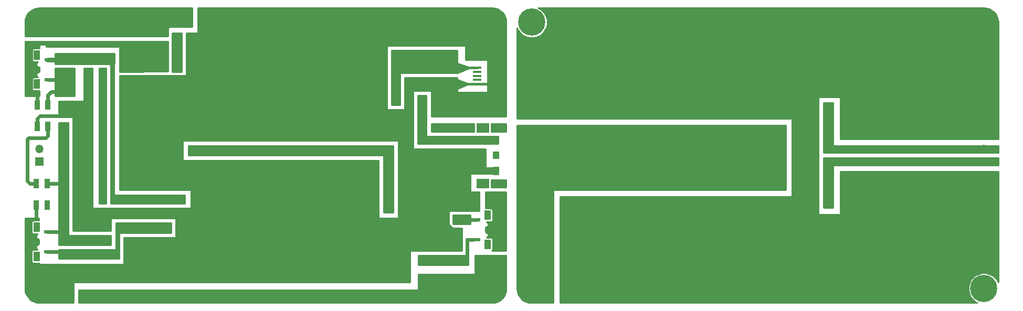
<source format=gbr>
G04 #@! TF.GenerationSoftware,KiCad,Pcbnew,5.0.0*
G04 #@! TF.CreationDate,2018-08-30T01:52:45+01:00*
G04 #@! TF.ProjectId,test,746573742E6B696361645F7063620000,rev?*
G04 #@! TF.SameCoordinates,Original*
G04 #@! TF.FileFunction,Copper,L2,Bot,Signal*
G04 #@! TF.FilePolarity,Positive*
%FSLAX46Y46*%
G04 Gerber Fmt 4.6, Leading zero omitted, Abs format (unit mm)*
G04 Created by KiCad (PCBNEW 5.0.0) date Thu Aug 30 01:52:45 2018*
%MOMM*%
%LPD*%
G01*
G04 APERTURE LIST*
G04 #@! TA.AperFunction,SMDPad,CuDef*
%ADD10R,1.000000X1.550000*%
G04 #@! TD*
G04 #@! TA.AperFunction,SMDPad,CuDef*
%ADD11R,1.000000X0.600000*%
G04 #@! TD*
G04 #@! TA.AperFunction,SMDPad,CuDef*
%ADD12R,1.350000X0.400000*%
G04 #@! TD*
G04 #@! TA.AperFunction,ComponentPad*
%ADD13O,1.800000X1.000000*%
G04 #@! TD*
G04 #@! TA.AperFunction,SMDPad,CuDef*
%ADD14R,2.000000X2.000000*%
G04 #@! TD*
G04 #@! TA.AperFunction,ComponentPad*
%ADD15R,1.350000X1.350000*%
G04 #@! TD*
G04 #@! TA.AperFunction,ComponentPad*
%ADD16O,1.350000X1.350000*%
G04 #@! TD*
G04 #@! TA.AperFunction,ComponentPad*
%ADD17C,4.400000*%
G04 #@! TD*
G04 #@! TA.AperFunction,SMDPad,CuDef*
%ADD18R,0.850000X1.600000*%
G04 #@! TD*
G04 #@! TA.AperFunction,SMDPad,CuDef*
%ADD19R,2.150000X1.500000*%
G04 #@! TD*
G04 #@! TA.AperFunction,SMDPad,CuDef*
%ADD20R,1.000000X1.400000*%
G04 #@! TD*
G04 #@! TA.AperFunction,SMDPad,CuDef*
%ADD21R,1.000000X1.300000*%
G04 #@! TD*
G04 #@! TA.AperFunction,ViaPad*
%ADD22C,0.800000*%
G04 #@! TD*
G04 #@! TA.AperFunction,Conductor*
%ADD23C,0.500000*%
G04 #@! TD*
G04 #@! TA.AperFunction,Conductor*
%ADD24C,0.600000*%
G04 #@! TD*
G04 #@! TA.AperFunction,Conductor*
%ADD25C,0.400000*%
G04 #@! TD*
G04 #@! TA.AperFunction,Conductor*
%ADD26C,0.800000*%
G04 #@! TD*
G04 #@! TA.AperFunction,Conductor*
%ADD27C,0.254000*%
G04 #@! TD*
G04 #@! TA.AperFunction,NonConductor*
%ADD28C,0.254000*%
G04 #@! TD*
G04 APERTURE END LIST*
D10*
G04 #@! TO.P,SW1,*
G04 #@! TO.N,*
X86900000Y-45750000D03*
X86900000Y-50450000D03*
D11*
G04 #@! TO.P,SW1,1*
G04 #@! TO.N,Net-(C8-Pad2)*
X85175000Y-49700000D03*
G04 #@! TO.P,SW1,2*
G04 #@! TO.N,Net-(Q1-Pad2)*
X85175000Y-46475000D03*
G04 #@! TD*
D10*
G04 #@! TO.P,SW3,*
G04 #@! TO.N,*
X14200000Y-24600000D03*
X14200000Y-19900000D03*
D11*
G04 #@! TO.P,SW3,1*
G04 #@! TO.N,PD4*
X15925000Y-20650000D03*
G04 #@! TO.P,SW3,2*
G04 #@! TO.N,VCC*
X15925000Y-23875000D03*
G04 #@! TD*
G04 #@! TO.P,SW2,2*
G04 #@! TO.N,PD3*
X15875000Y-51675000D03*
G04 #@! TO.P,SW2,1*
G04 #@! TO.N,VCC*
X15875000Y-48450000D03*
D10*
G04 #@! TO.P,SW2,*
G04 #@! TO.N,*
X14150000Y-47700000D03*
X14150000Y-52400000D03*
G04 #@! TD*
D12*
G04 #@! TO.P,J1,5*
G04 #@! TO.N,GND*
X85175000Y-24550000D03*
G04 #@! TO.P,J1,4*
G04 #@! TO.N,Net-(J1-Pad4)*
X85175000Y-23900000D03*
G04 #@! TO.P,J1,3*
G04 #@! TO.N,Net-(J1-Pad3)*
X85175000Y-23250000D03*
G04 #@! TO.P,J1,2*
G04 #@! TO.N,Net-(J1-Pad2)*
X85175000Y-22600000D03*
G04 #@! TO.P,J1,1*
G04 #@! TO.N,VBUS*
X85175000Y-21950000D03*
D13*
G04 #@! TO.P,J1,6*
G04 #@! TO.N,GND*
X88300000Y-26950000D03*
D14*
G04 #@! TO.P,J1,5*
X87850000Y-23250000D03*
D13*
G04 #@! TO.P,J1,6*
X88300000Y-19550000D03*
X84400000Y-26950000D03*
X84400000Y-19575000D03*
G04 #@! TD*
D15*
G04 #@! TO.P,J2,1*
G04 #@! TO.N,ADC0*
X14600000Y-37100000D03*
D16*
G04 #@! TO.P,J2,2*
G04 #@! TO.N,AREF*
X14600000Y-35100000D03*
G04 #@! TD*
D17*
G04 #@! TO.P,MH3,1*
G04 #@! TO.N,VCC*
X87600000Y-57600000D03*
G04 #@! TD*
G04 #@! TO.P,MH4,1*
G04 #@! TO.N,GND*
X87600000Y-14600000D03*
G04 #@! TD*
G04 #@! TO.P,MH6,1*
G04 #@! TO.N,Net-(MH6-Pad1)*
X14600000Y-14600000D03*
G04 #@! TD*
D18*
G04 #@! TO.P,D8,3*
G04 #@! TO.N,Net-(D8-Pad3)*
X14225000Y-27950000D03*
G04 #@! TO.P,D8,4*
G04 #@! TO.N,VCC*
X15975000Y-27950000D03*
G04 #@! TO.P,D8,2*
G04 #@! TO.N,GND*
X14225000Y-31450000D03*
G04 #@! TO.P,D8,1*
G04 #@! TO.N,Net-(D4-Pad3)*
X15975000Y-31450000D03*
G04 #@! TD*
D19*
G04 #@! TO.P,BAT1,*
G04 #@! TO.N,*
X86117919Y-31638069D03*
D20*
G04 #@! TO.P,BAT1,3*
G04 #@! TO.N,GND*
X88217919Y-38600000D03*
D19*
G04 #@! TO.P,BAT1,*
G04 #@! TO.N,*
X86117919Y-40638069D03*
D21*
G04 #@! TO.P,BAT1,2*
G04 #@! TO.N,Net-(BAT1-Pad2)*
X88217919Y-36100000D03*
D20*
G04 #@! TO.P,BAT1,1*
G04 #@! TO.N,+BATT*
X88217919Y-33600000D03*
G04 #@! TD*
D17*
G04 #@! TO.P,MH5,1*
G04 #@! TO.N,GND*
X14600000Y-57600000D03*
G04 #@! TD*
D18*
G04 #@! TO.P,D4,3*
G04 #@! TO.N,Net-(D4-Pad3)*
X14125000Y-40650000D03*
G04 #@! TO.P,D4,4*
G04 #@! TO.N,VCC*
X15875000Y-40650000D03*
G04 #@! TO.P,D4,2*
G04 #@! TO.N,GND*
X14125000Y-44150000D03*
G04 #@! TO.P,D4,1*
G04 #@! TO.N,Net-(D4-Pad1)*
X15875000Y-44150000D03*
G04 #@! TD*
D15*
G04 #@! TO.P,J1,1*
G04 #@! TO.N,Net-(J1-Pad1)*
X166950000Y-37100000D03*
D16*
G04 #@! TO.P,J1,2*
G04 #@! TO.N,Net-(J1-Pad2)*
X166950000Y-35100000D03*
G04 #@! TD*
D17*
G04 #@! TO.P,MH1,1*
G04 #@! TO.N,VCC*
X93950000Y-57600000D03*
G04 #@! TD*
G04 #@! TO.P,MH2,1*
G04 #@! TO.N,Net-(MH2-Pad1)*
X94000000Y-14600000D03*
G04 #@! TD*
G04 #@! TO.P,MH3,1*
G04 #@! TO.N,GND*
X166950000Y-14600000D03*
G04 #@! TD*
G04 #@! TO.P,MH4,1*
G04 #@! TO.N,Net-(MH4-Pad1)*
X166950000Y-57600000D03*
G04 #@! TD*
D22*
G04 #@! TO.N,Net-(Q2-Pad1)*
X36400000Y-21399998D03*
X37200000Y-22200000D03*
X36499996Y-16900000D03*
X37200000Y-17500000D03*
G04 #@! TO.N,+BATT*
X76300000Y-27200002D03*
X76300000Y-29200000D03*
X76300000Y-31200002D03*
X76300000Y-33200000D03*
G04 #@! TO.N,VCC*
X19500000Y-25700000D03*
X21300000Y-49400000D03*
X18500000Y-31599998D03*
X127450000Y-33200000D03*
X133650002Y-33200000D03*
X130550000Y-40100000D03*
X89100000Y-53100000D03*
X87200000Y-53100000D03*
X40000000Y-35300000D03*
X39000000Y-35300000D03*
X70500000Y-44200000D03*
X71300000Y-44900000D03*
X19500000Y-24300000D03*
X19500000Y-22900000D03*
X22100000Y-50200000D03*
X88200000Y-54400000D03*
X81800000Y-58850000D03*
X76800000Y-58850000D03*
X66750000Y-58850000D03*
X71750000Y-58850000D03*
X61800000Y-58850000D03*
X56800000Y-58850000D03*
X46800000Y-58850000D03*
X41750000Y-58850000D03*
X26800000Y-58850000D03*
X36750000Y-58850000D03*
X51800000Y-58850000D03*
X31800000Y-58850000D03*
X21800000Y-58850000D03*
X18500000Y-32900000D03*
X126600000Y-34600000D03*
X134550000Y-34600000D03*
X131800000Y-40100000D03*
X129300000Y-40100000D03*
G04 #@! TO.N,VBUS*
X72100000Y-27199996D03*
X81000002Y-19900000D03*
X79650000Y-19900000D03*
X72095000Y-26200000D03*
G04 #@! TO.N,RESET*
X24800000Y-42800006D03*
X24800000Y-26600000D03*
X24800000Y-24900000D03*
G04 #@! TO.N,GND*
X74200000Y-27200000D03*
X82100000Y-50400000D03*
X21600000Y-40800000D03*
X151550000Y-13350000D03*
X156550000Y-13350000D03*
X161550000Y-13350000D03*
X74200000Y-26200000D03*
X19250000Y-54600000D03*
X19250000Y-58850000D03*
X22600000Y-40800000D03*
X20600000Y-40800000D03*
X45050000Y-13350000D03*
X22500000Y-24899998D03*
X22500000Y-26600000D03*
X41100000Y-33100000D03*
X41100000Y-37400000D03*
X43800000Y-21800000D03*
X79200000Y-50400000D03*
X136550000Y-13350000D03*
X141550000Y-13350000D03*
X146550000Y-13350000D03*
X121550000Y-13350000D03*
X126550000Y-13350000D03*
X131550000Y-13350000D03*
X111550000Y-13350000D03*
X116550000Y-13350000D03*
X106550000Y-13350000D03*
X101550000Y-13350000D03*
X146550000Y-58850000D03*
X151550000Y-58850000D03*
X156550000Y-58850000D03*
X136550000Y-58850000D03*
X141550000Y-58850000D03*
X116550000Y-58850000D03*
X131550000Y-58850000D03*
X126550000Y-58850000D03*
X161550000Y-58850000D03*
X111550000Y-58850000D03*
X101550000Y-58850000D03*
X121550000Y-58850000D03*
X106550000Y-58850000D03*
X50050000Y-13350000D03*
X55050000Y-13350000D03*
X60050000Y-13350000D03*
X65050000Y-13350000D03*
X70050000Y-13350000D03*
X75050000Y-13350000D03*
X80050000Y-13350000D03*
G04 #@! TO.N,Net-(C8-Pad2)*
X76600000Y-53000000D03*
G04 #@! TO.N,Net-(D8-Pad3)*
X33200000Y-21400000D03*
X34000000Y-22200000D03*
G04 #@! TO.N,Net-(MH6-Pad1)*
X18400000Y-13300000D03*
X38400000Y-13300000D03*
X28850000Y-13350000D03*
X33400000Y-13300000D03*
X23400000Y-13300000D03*
X30800000Y-14900000D03*
G04 #@! TO.N,PD3*
X35500000Y-47400000D03*
X34700000Y-48200000D03*
G04 #@! TO.N,Net-(Q1-Pad2)*
X82000000Y-46435000D03*
G04 #@! TO.N,Net-(J1-Pad2)*
X141849996Y-28550000D03*
G04 #@! TO.N,PD4*
X37500000Y-43200000D03*
G04 #@! TO.N,Net-(J1-Pad1)*
X141850000Y-43800004D03*
G04 #@! TD*
D23*
G04 #@! TO.N,Net-(Q2-Pad1)*
X36400000Y-16999996D02*
X36499996Y-16900000D01*
X36400000Y-21399998D02*
X36400000Y-16999996D01*
G04 #@! TO.N,+BATT*
X76300000Y-33500000D02*
X76300000Y-28250000D01*
X88217919Y-33600000D02*
X76400000Y-33600000D01*
X76400000Y-33600000D02*
X76300000Y-33500000D01*
D24*
G04 #@! TO.N,VCC*
X16700000Y-40650000D02*
X18350000Y-40650000D01*
X15875000Y-40650000D02*
X16700000Y-40650000D01*
X15925000Y-23875000D02*
X19625000Y-23875000D01*
X15875000Y-48450000D02*
X18450000Y-48450000D01*
D23*
X19625000Y-23875000D02*
X19650000Y-23900000D01*
D24*
X16500000Y-25800000D02*
X17750000Y-25800000D01*
X15975000Y-27950000D02*
X15975000Y-26325000D01*
X15975000Y-26325000D02*
X16500000Y-25800000D01*
D23*
X18500000Y-33300000D02*
X18500000Y-31599998D01*
D25*
X127450000Y-33950000D02*
X133650002Y-33950000D01*
X127450000Y-33950000D02*
X127450000Y-37000000D01*
X127450000Y-37000000D02*
X129850001Y-39400001D01*
X129850001Y-39400001D02*
X130550000Y-40100000D01*
X93950000Y-57600000D02*
X93950000Y-42300000D01*
X129850001Y-40799999D02*
X130550000Y-40100000D01*
X95450001Y-40799999D02*
X129850001Y-40799999D01*
X93950000Y-42300000D02*
X95450001Y-40799999D01*
G04 #@! TO.N,VBUS*
X78099100Y-21999100D02*
X78100000Y-22000000D01*
X72100000Y-26210047D02*
X72100000Y-27199996D01*
X72100000Y-22700000D02*
X72100000Y-26210047D01*
X78100000Y-22000000D02*
X72800000Y-22000000D01*
X72800000Y-22000000D02*
X72100000Y-22700000D01*
X78900002Y-22000000D02*
X80300003Y-20599999D01*
X80300003Y-20599999D02*
X81000002Y-19900000D01*
X78100000Y-22000000D02*
X78900002Y-22000000D01*
X85175000Y-21950000D02*
X82700000Y-21950000D01*
G04 #@! TO.N,GND*
X74200000Y-38600000D02*
X88217919Y-38600000D01*
X74200000Y-40870000D02*
X74200000Y-38600000D01*
X74200000Y-28189949D02*
X74200000Y-27200000D01*
X74200000Y-40870000D02*
X74200000Y-28189949D01*
X74700900Y-24599100D02*
X74200000Y-25100000D01*
X74200000Y-25100000D02*
X74200000Y-26200000D01*
X82100000Y-49410051D02*
X82100000Y-50400000D01*
D23*
X64500000Y-44600000D02*
X70300000Y-50400000D01*
X70300000Y-50400000D02*
X79200000Y-50400000D01*
X81110051Y-50400000D02*
X82100000Y-50400000D01*
D25*
X82100000Y-48770000D02*
X82100000Y-49410051D01*
X74200000Y-40870000D02*
X82100000Y-48770000D01*
D24*
X14125000Y-44150000D02*
X14125000Y-46275000D01*
D25*
X14125000Y-46275000D02*
X13900000Y-46500000D01*
X13900000Y-46500000D02*
X13300000Y-46500000D01*
D24*
X14700000Y-29700000D02*
X20500000Y-29700000D01*
X14225000Y-31450000D02*
X14225000Y-30175000D01*
X14225000Y-30175000D02*
X14700000Y-29700000D01*
D25*
X74200000Y-26200000D02*
X74200000Y-27200000D01*
D23*
X79200000Y-50400000D02*
X81110051Y-50400000D01*
D25*
X85175000Y-24550000D02*
X82600000Y-24550000D01*
X85175000Y-24550000D02*
X87150000Y-24550000D01*
G04 #@! TO.N,Net-(C8-Pad2)*
X80400000Y-53000000D02*
X76600000Y-53000000D01*
X85175000Y-49700000D02*
X83700000Y-49700000D01*
G04 #@! TO.N,Net-(D8-Pad3)*
X12575010Y-26075010D02*
X12575010Y-24900000D01*
X12800000Y-26300000D02*
X12575010Y-26075010D01*
X14050000Y-26300000D02*
X12800000Y-26300000D01*
D24*
X14225000Y-27950000D02*
X14225000Y-26475000D01*
D25*
X14225000Y-26475000D02*
X14050000Y-26300000D01*
D24*
G04 #@! TO.N,PD3*
X15875000Y-51675000D02*
X19925000Y-51675000D01*
D25*
G04 #@! TO.N,Net-(Q1-Pad2)*
X82040000Y-46475000D02*
X82000000Y-46435000D01*
D24*
X85175000Y-46475000D02*
X82040000Y-46475000D01*
D25*
G04 #@! TO.N,Net-(J1-Pad2)*
X142750000Y-35100000D02*
X165995406Y-35100000D01*
X165995406Y-35100000D02*
X166950000Y-35100000D01*
D24*
G04 #@! TO.N,Net-(D4-Pad3)*
X13050000Y-40650000D02*
X14125000Y-40650000D01*
X15975000Y-32925000D02*
X15600000Y-33300000D01*
X15600000Y-33300000D02*
X12850000Y-33300000D01*
X12850000Y-33300000D02*
X12625010Y-33524990D01*
X15975000Y-31450000D02*
X15975000Y-32925000D01*
X12625010Y-33524990D02*
X12625010Y-40225010D01*
X12625010Y-40225010D02*
X13050000Y-40650000D01*
D26*
G04 #@! TO.N,PD4*
X25650000Y-20650000D02*
X26400000Y-21400000D01*
X15925000Y-20650000D02*
X25650000Y-20650000D01*
X26400000Y-21400000D02*
X26400000Y-43200000D01*
D25*
G04 #@! TO.N,Net-(J1-Pad1)*
X166950000Y-37100000D02*
X148550004Y-37100000D01*
G04 #@! TD*
D27*
G04 #@! TO.N,VBUS*
G36*
X81973000Y-21100000D02*
X81975440Y-21124776D01*
X81982667Y-21148601D01*
X81994403Y-21170557D01*
X82010197Y-21189803D01*
X82029443Y-21205597D01*
X82056803Y-21219428D01*
X84094840Y-21956590D01*
X82075301Y-22773000D01*
X72900000Y-22773000D01*
X72875224Y-22775440D01*
X72851399Y-22782667D01*
X72829443Y-22794403D01*
X72810197Y-22810197D01*
X72794403Y-22829443D01*
X72782667Y-22851399D01*
X72775440Y-22875224D01*
X72773000Y-22900000D01*
X72773000Y-27973000D01*
X71427000Y-27973000D01*
X71427000Y-19127000D01*
X81973000Y-19127000D01*
X81973000Y-21100000D01*
X81973000Y-21100000D01*
G37*
X81973000Y-21100000D02*
X81975440Y-21124776D01*
X81982667Y-21148601D01*
X81994403Y-21170557D01*
X82010197Y-21189803D01*
X82029443Y-21205597D01*
X82056803Y-21219428D01*
X84094840Y-21956590D01*
X82075301Y-22773000D01*
X72900000Y-22773000D01*
X72875224Y-22775440D01*
X72851399Y-22782667D01*
X72829443Y-22794403D01*
X72810197Y-22810197D01*
X72794403Y-22829443D01*
X72782667Y-22851399D01*
X72775440Y-22875224D01*
X72773000Y-22900000D01*
X72773000Y-27973000D01*
X71427000Y-27973000D01*
X71427000Y-19127000D01*
X81973000Y-19127000D01*
X81973000Y-21100000D01*
G04 #@! TO.N,+BATT*
G36*
X76973000Y-32900000D02*
X76975440Y-32924776D01*
X76982667Y-32948601D01*
X76994403Y-32970557D01*
X77010197Y-32989803D01*
X77029443Y-33005597D01*
X77051399Y-33017333D01*
X77075224Y-33024560D01*
X77100000Y-33027000D01*
X88573000Y-33027000D01*
X88573000Y-34173000D01*
X75627000Y-34173000D01*
X75627000Y-26427000D01*
X76973000Y-26427000D01*
X76973000Y-32900000D01*
X76973000Y-32900000D01*
G37*
X76973000Y-32900000D02*
X76975440Y-32924776D01*
X76982667Y-32948601D01*
X76994403Y-32970557D01*
X77010197Y-32989803D01*
X77029443Y-33005597D01*
X77051399Y-33017333D01*
X77075224Y-33024560D01*
X77100000Y-33027000D01*
X88573000Y-33027000D01*
X88573000Y-34173000D01*
X75627000Y-34173000D01*
X75627000Y-26427000D01*
X76973000Y-26427000D01*
X76973000Y-32900000D01*
G04 #@! TO.N,Net-(MH6-Pad1)*
G36*
X39273000Y-15373000D02*
X35500000Y-15373000D01*
X35475224Y-15375440D01*
X35451399Y-15382667D01*
X35429443Y-15394403D01*
X35410197Y-15410197D01*
X35394403Y-15429443D01*
X35382667Y-15451399D01*
X35375440Y-15475224D01*
X35373000Y-15500000D01*
X35373000Y-16873000D01*
X12302000Y-16873000D01*
X12302000Y-14609880D01*
X12346715Y-14153840D01*
X12476289Y-13724669D01*
X12686755Y-13328842D01*
X12970093Y-12981433D01*
X13315519Y-12695673D01*
X13709865Y-12482451D01*
X14138118Y-12349885D01*
X14593479Y-12302024D01*
X14600420Y-12302000D01*
X39273000Y-12302000D01*
X39273000Y-15373000D01*
X39273000Y-15373000D01*
G37*
X39273000Y-15373000D02*
X35500000Y-15373000D01*
X35475224Y-15375440D01*
X35451399Y-15382667D01*
X35429443Y-15394403D01*
X35410197Y-15410197D01*
X35394403Y-15429443D01*
X35382667Y-15451399D01*
X35375440Y-15475224D01*
X35373000Y-15500000D01*
X35373000Y-16873000D01*
X12302000Y-16873000D01*
X12302000Y-14609880D01*
X12346715Y-14153840D01*
X12476289Y-13724669D01*
X12686755Y-13328842D01*
X12970093Y-12981433D01*
X13315519Y-12695673D01*
X13709865Y-12482451D01*
X14138118Y-12349885D01*
X14593479Y-12302024D01*
X14600420Y-12302000D01*
X39273000Y-12302000D01*
X39273000Y-15373000D01*
G04 #@! TO.N,VCC*
G36*
X20273000Y-26473000D02*
X17127000Y-26473000D01*
X17127000Y-22027000D01*
X20273000Y-22027000D01*
X20273000Y-26473000D01*
X20273000Y-26473000D01*
G37*
X20273000Y-26473000D02*
X17127000Y-26473000D01*
X17127000Y-22027000D01*
X20273000Y-22027000D01*
X20273000Y-26473000D01*
G04 #@! TO.N,RESET*
G36*
X25373000Y-43873000D02*
X24227000Y-43873000D01*
X24227000Y-22027000D01*
X25373000Y-22027000D01*
X25373000Y-43873000D01*
X25373000Y-43873000D01*
G37*
X25373000Y-43873000D02*
X24227000Y-43873000D01*
X24227000Y-22027000D01*
X25373000Y-22027000D01*
X25373000Y-43873000D01*
G04 #@! TO.N,VCC*
G36*
X19273000Y-48900000D02*
X19275440Y-48924776D01*
X19282667Y-48948601D01*
X19294403Y-48970557D01*
X19310197Y-48989803D01*
X19329443Y-49005597D01*
X19351399Y-49017333D01*
X19375224Y-49024560D01*
X19400000Y-49027000D01*
X26073000Y-49027000D01*
X26073000Y-50573000D01*
X17727000Y-50573000D01*
X17727000Y-30827000D01*
X19273000Y-30827000D01*
X19273000Y-48900000D01*
X19273000Y-48900000D01*
G37*
X19273000Y-48900000D02*
X19275440Y-48924776D01*
X19282667Y-48948601D01*
X19294403Y-48970557D01*
X19310197Y-48989803D01*
X19329443Y-49005597D01*
X19351399Y-49017333D01*
X19375224Y-49024560D01*
X19400000Y-49027000D01*
X26073000Y-49027000D01*
X26073000Y-50573000D01*
X17727000Y-50573000D01*
X17727000Y-30827000D01*
X19273000Y-30827000D01*
X19273000Y-48900000D01*
G04 #@! TO.N,PD3*
G36*
X35873000Y-48573000D02*
X27600000Y-48573000D01*
X27575224Y-48575440D01*
X27551399Y-48582667D01*
X27529443Y-48594403D01*
X27510197Y-48610197D01*
X27494403Y-48629443D01*
X27482667Y-48651399D01*
X27475440Y-48675224D01*
X27473000Y-48700000D01*
X27473000Y-52773000D01*
X17727000Y-52773000D01*
X17727000Y-51327000D01*
X26800000Y-51327000D01*
X26824776Y-51324560D01*
X26848601Y-51317333D01*
X26870557Y-51305597D01*
X26889803Y-51289803D01*
X26905597Y-51270557D01*
X26917333Y-51248601D01*
X26924560Y-51224776D01*
X26927000Y-51200000D01*
X26927000Y-47027000D01*
X35873000Y-47027000D01*
X35873000Y-48573000D01*
X35873000Y-48573000D01*
G37*
X35873000Y-48573000D02*
X27600000Y-48573000D01*
X27575224Y-48575440D01*
X27551399Y-48582667D01*
X27529443Y-48594403D01*
X27510197Y-48610197D01*
X27494403Y-48629443D01*
X27482667Y-48651399D01*
X27475440Y-48675224D01*
X27473000Y-48700000D01*
X27473000Y-52773000D01*
X17727000Y-52773000D01*
X17727000Y-51327000D01*
X26800000Y-51327000D01*
X26824776Y-51324560D01*
X26848601Y-51317333D01*
X26870557Y-51305597D01*
X26889803Y-51289803D01*
X26905597Y-51270557D01*
X26917333Y-51248601D01*
X26924560Y-51224776D01*
X26927000Y-51200000D01*
X26927000Y-47027000D01*
X35873000Y-47027000D01*
X35873000Y-48573000D01*
G04 #@! TO.N,VCC*
G36*
X71673000Y-45273000D02*
X70127000Y-45273000D01*
X70127000Y-36200000D01*
X70124560Y-36175224D01*
X70117333Y-36151399D01*
X70105597Y-36129443D01*
X70089803Y-36110197D01*
X70070557Y-36094403D01*
X70048601Y-36082667D01*
X70024776Y-36075440D01*
X70000000Y-36073000D01*
X38627000Y-36073000D01*
X38627000Y-34527000D01*
X71673000Y-34527000D01*
X71673000Y-45273000D01*
X71673000Y-45273000D01*
G37*
X71673000Y-45273000D02*
X70127000Y-45273000D01*
X70127000Y-36200000D01*
X70124560Y-36175224D01*
X70117333Y-36151399D01*
X70105597Y-36129443D01*
X70089803Y-36110197D01*
X70070557Y-36094403D01*
X70048601Y-36082667D01*
X70024776Y-36075440D01*
X70000000Y-36073000D01*
X38627000Y-36073000D01*
X38627000Y-34527000D01*
X71673000Y-34527000D01*
X71673000Y-45273000D01*
G04 #@! TO.N,Net-(C8-Pad2)*
G36*
X84573000Y-49873000D02*
X83900000Y-49873000D01*
X83875224Y-49875440D01*
X83851399Y-49882667D01*
X83829443Y-49894403D01*
X83810197Y-49910197D01*
X83794403Y-49929443D01*
X83782667Y-49951399D01*
X83775440Y-49975224D01*
X83773000Y-50000000D01*
X83773000Y-53773000D01*
X75727000Y-53773000D01*
X75727000Y-52227000D01*
X83300000Y-52227000D01*
X83324776Y-52224560D01*
X83348601Y-52217333D01*
X83370557Y-52205597D01*
X83389803Y-52189803D01*
X83405597Y-52170557D01*
X83417333Y-52148601D01*
X83424560Y-52124776D01*
X83427000Y-52100000D01*
X83427000Y-49527000D01*
X84573000Y-49527000D01*
X84573000Y-49873000D01*
X84573000Y-49873000D01*
G37*
X84573000Y-49873000D02*
X83900000Y-49873000D01*
X83875224Y-49875440D01*
X83851399Y-49882667D01*
X83829443Y-49894403D01*
X83810197Y-49910197D01*
X83794403Y-49929443D01*
X83782667Y-49951399D01*
X83775440Y-49975224D01*
X83773000Y-50000000D01*
X83773000Y-53773000D01*
X75727000Y-53773000D01*
X75727000Y-52227000D01*
X83300000Y-52227000D01*
X83324776Y-52224560D01*
X83348601Y-52217333D01*
X83370557Y-52205597D01*
X83389803Y-52189803D01*
X83405597Y-52170557D01*
X83417333Y-52148601D01*
X83424560Y-52124776D01*
X83427000Y-52100000D01*
X83427000Y-49527000D01*
X84573000Y-49527000D01*
X84573000Y-49873000D01*
G04 #@! TO.N,Net-(Q1-Pad2)*
G36*
X84073000Y-47173000D02*
X81327000Y-47173000D01*
X81327000Y-45727000D01*
X84073000Y-45727000D01*
X84073000Y-47173000D01*
X84073000Y-47173000D01*
G37*
X84073000Y-47173000D02*
X81327000Y-47173000D01*
X81327000Y-45727000D01*
X84073000Y-45727000D01*
X84073000Y-47173000D01*
G04 #@! TO.N,VCC*
G36*
X89898001Y-57590109D02*
X89853285Y-58046161D01*
X89723710Y-58475333D01*
X89513248Y-58871155D01*
X89229905Y-59218569D01*
X88884484Y-59504325D01*
X88490135Y-59717549D01*
X88061882Y-59850115D01*
X87606521Y-59897976D01*
X87599580Y-59898000D01*
X20927000Y-59898000D01*
X20927000Y-57827000D01*
X75600000Y-57827000D01*
X75624776Y-57824560D01*
X75648601Y-57817333D01*
X75670557Y-57805597D01*
X75689803Y-57789803D01*
X75705597Y-57770557D01*
X75717333Y-57748601D01*
X75724560Y-57724776D01*
X75727000Y-57700000D01*
X75727000Y-55327000D01*
X84700000Y-55327000D01*
X84724776Y-55324560D01*
X84748601Y-55317333D01*
X84770557Y-55305597D01*
X84789803Y-55289803D01*
X84805597Y-55270557D01*
X84817333Y-55248601D01*
X84824560Y-55224776D01*
X84827000Y-55200000D01*
X84827000Y-52227000D01*
X89898001Y-52227000D01*
X89898001Y-57590109D01*
X89898001Y-57590109D01*
G37*
X89898001Y-57590109D02*
X89853285Y-58046161D01*
X89723710Y-58475333D01*
X89513248Y-58871155D01*
X89229905Y-59218569D01*
X88884484Y-59504325D01*
X88490135Y-59717549D01*
X88061882Y-59850115D01*
X87606521Y-59897976D01*
X87599580Y-59898000D01*
X20927000Y-59898000D01*
X20927000Y-57827000D01*
X75600000Y-57827000D01*
X75624776Y-57824560D01*
X75648601Y-57817333D01*
X75670557Y-57805597D01*
X75689803Y-57789803D01*
X75705597Y-57770557D01*
X75717333Y-57748601D01*
X75724560Y-57724776D01*
X75727000Y-57700000D01*
X75727000Y-55327000D01*
X84700000Y-55327000D01*
X84724776Y-55324560D01*
X84748601Y-55317333D01*
X84770557Y-55305597D01*
X84789803Y-55289803D01*
X84805597Y-55270557D01*
X84817333Y-55248601D01*
X84824560Y-55224776D01*
X84827000Y-55200000D01*
X84827000Y-52227000D01*
X89898001Y-52227000D01*
X89898001Y-57590109D01*
G04 #@! TO.N,GND*
G36*
X88046160Y-12346715D02*
X88475331Y-12476289D01*
X88871158Y-12686755D01*
X89218567Y-12970093D01*
X89504327Y-13315519D01*
X89717549Y-13709865D01*
X89850115Y-14138118D01*
X89897976Y-14593479D01*
X89898000Y-14600420D01*
X89898000Y-29773000D01*
X77827000Y-29773000D01*
X77827000Y-25800000D01*
X77824560Y-25775224D01*
X77817333Y-25751399D01*
X77805597Y-25729443D01*
X77789803Y-25710197D01*
X77770557Y-25694403D01*
X77748601Y-25682667D01*
X77724776Y-25675440D01*
X77700000Y-25673000D01*
X75000000Y-25673000D01*
X74975224Y-25675440D01*
X74951399Y-25682667D01*
X74929443Y-25694403D01*
X74910197Y-25710197D01*
X74894403Y-25729443D01*
X74882667Y-25751399D01*
X74875440Y-25775224D01*
X74873000Y-25800000D01*
X74873000Y-34900000D01*
X74875440Y-34924776D01*
X74882667Y-34948601D01*
X74894403Y-34970557D01*
X74910197Y-34989803D01*
X74929443Y-35005597D01*
X74951399Y-35017333D01*
X74975224Y-35024560D01*
X75000000Y-35027000D01*
X86573000Y-35027000D01*
X86573000Y-38000000D01*
X86575440Y-38024776D01*
X86582667Y-38048601D01*
X86594403Y-38070557D01*
X86610197Y-38089803D01*
X86629443Y-38105597D01*
X86651399Y-38117333D01*
X86675224Y-38124560D01*
X86700000Y-38127000D01*
X88573000Y-38127000D01*
X88573000Y-39073000D01*
X84200000Y-39073000D01*
X84175224Y-39075440D01*
X84151399Y-39082667D01*
X84129443Y-39094403D01*
X84110197Y-39110197D01*
X84094403Y-39129443D01*
X84082667Y-39151399D01*
X84075440Y-39175224D01*
X84073000Y-39200000D01*
X84073000Y-41900000D01*
X84075440Y-41924776D01*
X84082667Y-41948601D01*
X84094403Y-41970557D01*
X84110197Y-41989803D01*
X84129443Y-42005597D01*
X84151399Y-42017333D01*
X84175224Y-42024560D01*
X84200000Y-42027000D01*
X85573000Y-42027000D01*
X85573000Y-45073000D01*
X80800000Y-45073000D01*
X80775224Y-45075440D01*
X80751399Y-45082667D01*
X80729443Y-45094403D01*
X80710197Y-45110197D01*
X80694403Y-45129443D01*
X80682667Y-45151399D01*
X80675440Y-45175224D01*
X80673000Y-45200000D01*
X80673000Y-47700000D01*
X80675440Y-47724776D01*
X80682667Y-47748601D01*
X80694403Y-47770557D01*
X80710197Y-47789803D01*
X80729443Y-47805597D01*
X80751399Y-47817333D01*
X80775224Y-47824560D01*
X80800000Y-47827000D01*
X82773000Y-47827000D01*
X82773000Y-51473000D01*
X74500000Y-51473000D01*
X74475224Y-51475440D01*
X74451399Y-51482667D01*
X74429443Y-51494403D01*
X74410197Y-51510197D01*
X74394403Y-51529443D01*
X74382667Y-51551399D01*
X74375440Y-51575224D01*
X74373000Y-51600000D01*
X74373000Y-56573000D01*
X20250000Y-56573000D01*
X20225224Y-56575440D01*
X20201399Y-56582667D01*
X20179443Y-56594403D01*
X20160197Y-56610197D01*
X20144403Y-56629443D01*
X20132667Y-56651399D01*
X20125440Y-56675224D01*
X20123000Y-56700000D01*
X20123000Y-59898000D01*
X14609880Y-59898000D01*
X14153839Y-59853285D01*
X13724667Y-59723710D01*
X13328845Y-59513248D01*
X12981431Y-59229905D01*
X12695675Y-58884484D01*
X12482451Y-58490135D01*
X12349885Y-58061882D01*
X12302024Y-57606521D01*
X12302000Y-57599580D01*
X12302000Y-46227000D01*
X14474682Y-46227000D01*
X14479608Y-46596418D01*
X13650000Y-46596418D01*
X13585897Y-46602732D01*
X13524257Y-46621430D01*
X13467450Y-46651794D01*
X13417657Y-46692657D01*
X13376794Y-46742450D01*
X13346430Y-46799257D01*
X13327732Y-46860897D01*
X13321418Y-46925000D01*
X13321418Y-48475000D01*
X13327732Y-48539103D01*
X13346430Y-48600743D01*
X13376794Y-48657550D01*
X13417657Y-48707343D01*
X13467450Y-48748206D01*
X13524257Y-48778570D01*
X13585897Y-48797268D01*
X13650000Y-48803582D01*
X14284704Y-48803582D01*
X14245930Y-48829490D01*
X14179490Y-48895930D01*
X14127288Y-48974056D01*
X14091331Y-49060864D01*
X14073000Y-49153020D01*
X14073000Y-49246980D01*
X14091331Y-49339136D01*
X14127288Y-49425944D01*
X14179490Y-49504070D01*
X14245930Y-49570510D01*
X14324056Y-49622712D01*
X14410864Y-49658669D01*
X14503020Y-49677000D01*
X14520682Y-49677000D01*
X14530629Y-50423000D01*
X14503020Y-50423000D01*
X14410864Y-50441331D01*
X14324056Y-50477288D01*
X14245930Y-50529490D01*
X14179490Y-50595930D01*
X14127288Y-50674056D01*
X14091331Y-50760864D01*
X14073000Y-50853020D01*
X14073000Y-50946980D01*
X14091331Y-51039136D01*
X14127288Y-51125944D01*
X14179490Y-51204070D01*
X14245930Y-51270510D01*
X14284704Y-51296418D01*
X13650000Y-51296418D01*
X13585897Y-51302732D01*
X13524257Y-51321430D01*
X13467450Y-51351794D01*
X13417657Y-51392657D01*
X13376794Y-51442450D01*
X13346430Y-51499257D01*
X13327732Y-51560897D01*
X13321418Y-51625000D01*
X13321418Y-53175000D01*
X13327732Y-53239103D01*
X13346430Y-53300743D01*
X13376794Y-53357550D01*
X13417657Y-53407343D01*
X13467450Y-53448206D01*
X13524257Y-53478570D01*
X13585897Y-53497268D01*
X13650000Y-53503582D01*
X14571703Y-53503582D01*
X14573011Y-53601693D01*
X14575782Y-53626435D01*
X14583326Y-53650161D01*
X14595353Y-53671959D01*
X14611403Y-53690992D01*
X14630857Y-53706528D01*
X14652968Y-53717970D01*
X14676886Y-53724879D01*
X14700000Y-53727000D01*
X28100000Y-53727000D01*
X28124776Y-53724560D01*
X28148601Y-53717333D01*
X28170557Y-53705597D01*
X28189803Y-53689803D01*
X28205597Y-53670557D01*
X28217333Y-53648601D01*
X28224560Y-53624776D01*
X28227000Y-53600000D01*
X28227000Y-49327000D01*
X36500000Y-49327000D01*
X36524776Y-49324560D01*
X36548601Y-49317333D01*
X36570557Y-49305597D01*
X36589803Y-49289803D01*
X36605597Y-49270557D01*
X36617333Y-49248601D01*
X36624560Y-49224776D01*
X36627000Y-49200000D01*
X36627000Y-46400000D01*
X36624560Y-46375224D01*
X36617333Y-46351399D01*
X36605597Y-46329443D01*
X36589803Y-46310197D01*
X36570557Y-46294403D01*
X36548601Y-46282667D01*
X36524776Y-46275440D01*
X36500000Y-46273000D01*
X26200000Y-46273000D01*
X26175224Y-46275440D01*
X26151399Y-46282667D01*
X26129443Y-46294403D01*
X26110197Y-46310197D01*
X26094403Y-46329443D01*
X26082667Y-46351399D01*
X26075440Y-46375224D01*
X26073000Y-46400000D01*
X26073000Y-48273000D01*
X20027000Y-48273000D01*
X20027000Y-30000000D01*
X20024560Y-29975224D01*
X20017333Y-29951399D01*
X20005597Y-29929443D01*
X19989803Y-29910197D01*
X19970557Y-29894403D01*
X19948601Y-29882667D01*
X19924776Y-29875440D01*
X19900000Y-29873000D01*
X17727000Y-29873000D01*
X17727000Y-27327000D01*
X21700000Y-27327000D01*
X21724776Y-27324560D01*
X21748601Y-27317333D01*
X21770557Y-27305597D01*
X21789803Y-27289803D01*
X21805597Y-27270557D01*
X21817333Y-27248601D01*
X21824560Y-27224776D01*
X21827000Y-27200000D01*
X21827000Y-22027000D01*
X23173000Y-22027000D01*
X23173000Y-44500000D01*
X23175440Y-44524776D01*
X23182667Y-44548601D01*
X23194403Y-44570557D01*
X23210197Y-44589803D01*
X23229443Y-44605597D01*
X23251399Y-44617333D01*
X23275224Y-44624560D01*
X23300000Y-44627000D01*
X38900000Y-44627000D01*
X38924776Y-44624560D01*
X38948601Y-44617333D01*
X38970557Y-44605597D01*
X38989803Y-44589803D01*
X39005597Y-44570557D01*
X39017333Y-44548601D01*
X39024560Y-44524776D01*
X39027000Y-44500000D01*
X39027000Y-41800000D01*
X39024560Y-41775224D01*
X39017333Y-41751399D01*
X39005597Y-41729443D01*
X38989803Y-41710197D01*
X38970557Y-41694403D01*
X38948601Y-41682667D01*
X38924776Y-41675440D01*
X38900000Y-41673000D01*
X27527000Y-41673000D01*
X27527000Y-33800000D01*
X37673000Y-33800000D01*
X37673000Y-36800000D01*
X37675440Y-36824776D01*
X37682667Y-36848601D01*
X37694403Y-36870557D01*
X37710197Y-36889803D01*
X37729443Y-36905597D01*
X37751399Y-36917333D01*
X37775224Y-36924560D01*
X37800000Y-36927000D01*
X69273000Y-36927000D01*
X69273000Y-46100000D01*
X69275440Y-46124776D01*
X69282667Y-46148601D01*
X69294403Y-46170557D01*
X69310197Y-46189803D01*
X69329443Y-46205597D01*
X69351399Y-46217333D01*
X69375224Y-46224560D01*
X69400000Y-46227000D01*
X72400000Y-46227000D01*
X72424776Y-46224560D01*
X72448601Y-46217333D01*
X72470557Y-46205597D01*
X72489803Y-46189803D01*
X72505597Y-46170557D01*
X72517333Y-46148601D01*
X72524560Y-46124776D01*
X72527000Y-46100000D01*
X72527000Y-33800000D01*
X72524560Y-33775224D01*
X72517333Y-33751399D01*
X72505597Y-33729443D01*
X72489803Y-33710197D01*
X72470557Y-33694403D01*
X72448601Y-33682667D01*
X72424776Y-33675440D01*
X72400000Y-33673000D01*
X37800000Y-33673000D01*
X37775224Y-33675440D01*
X37751399Y-33682667D01*
X37729443Y-33694403D01*
X37710197Y-33710197D01*
X37694403Y-33729443D01*
X37682667Y-33751399D01*
X37675440Y-33775224D01*
X37673000Y-33800000D01*
X27527000Y-33800000D01*
X27527000Y-23227000D01*
X38200000Y-23227000D01*
X38224776Y-23224560D01*
X38248601Y-23217333D01*
X38270557Y-23205597D01*
X38289803Y-23189803D01*
X38305597Y-23170557D01*
X38317333Y-23148601D01*
X38324560Y-23124776D01*
X38327000Y-23100000D01*
X38327000Y-18500000D01*
X70673000Y-18500000D01*
X70673000Y-28600000D01*
X70675440Y-28624776D01*
X70682667Y-28648601D01*
X70694403Y-28670557D01*
X70710197Y-28689803D01*
X70729443Y-28705597D01*
X70751399Y-28717333D01*
X70775224Y-28724560D01*
X70800000Y-28727000D01*
X73400000Y-28727000D01*
X73424776Y-28724560D01*
X73448601Y-28717333D01*
X73470557Y-28705597D01*
X73489803Y-28689803D01*
X73505597Y-28670557D01*
X73517333Y-28648601D01*
X73524560Y-28624776D01*
X73527000Y-28600000D01*
X73527000Y-23527000D01*
X81973000Y-23527000D01*
X81973000Y-23800000D01*
X81975440Y-23824776D01*
X81982667Y-23848601D01*
X81994403Y-23870557D01*
X82010197Y-23889803D01*
X82029443Y-23905597D01*
X82058170Y-23919913D01*
X83885750Y-24557441D01*
X82053307Y-25281895D01*
X82031163Y-25293274D01*
X82011665Y-25308754D01*
X81995561Y-25327740D01*
X81983470Y-25349504D01*
X81975858Y-25373208D01*
X81973000Y-25400000D01*
X81973000Y-25800000D01*
X81975440Y-25824776D01*
X81982667Y-25848601D01*
X81994403Y-25870557D01*
X82010197Y-25889803D01*
X82029443Y-25905597D01*
X82051399Y-25917333D01*
X82075224Y-25924560D01*
X82100000Y-25927000D01*
X86800000Y-25927000D01*
X86824776Y-25924560D01*
X86848601Y-25917333D01*
X86870557Y-25905597D01*
X86889803Y-25889803D01*
X86905597Y-25870557D01*
X86917333Y-25848601D01*
X86924560Y-25824776D01*
X86927000Y-25800000D01*
X86927000Y-20800000D01*
X86924560Y-20775224D01*
X86917333Y-20751399D01*
X86905597Y-20729443D01*
X86889803Y-20710197D01*
X86870557Y-20694403D01*
X86848601Y-20682667D01*
X86824776Y-20675440D01*
X86800000Y-20673000D01*
X83327000Y-20673000D01*
X83327000Y-18500000D01*
X83324560Y-18475224D01*
X83317333Y-18451399D01*
X83305597Y-18429443D01*
X83289803Y-18410197D01*
X83270557Y-18394403D01*
X83248601Y-18382667D01*
X83224776Y-18375440D01*
X83200000Y-18373000D01*
X70800000Y-18373000D01*
X70775224Y-18375440D01*
X70751399Y-18382667D01*
X70729443Y-18394403D01*
X70710197Y-18410197D01*
X70694403Y-18429443D01*
X70682667Y-18451399D01*
X70675440Y-18475224D01*
X70673000Y-18500000D01*
X38327000Y-18500000D01*
X38327000Y-16327000D01*
X40000000Y-16327000D01*
X40024776Y-16324560D01*
X40048601Y-16317333D01*
X40070557Y-16305597D01*
X40089803Y-16289803D01*
X40105597Y-16270557D01*
X40117333Y-16248601D01*
X40124560Y-16224776D01*
X40127000Y-16200000D01*
X40127000Y-12302000D01*
X87590120Y-12302000D01*
X88046160Y-12346715D01*
X88046160Y-12346715D01*
G37*
X88046160Y-12346715D02*
X88475331Y-12476289D01*
X88871158Y-12686755D01*
X89218567Y-12970093D01*
X89504327Y-13315519D01*
X89717549Y-13709865D01*
X89850115Y-14138118D01*
X89897976Y-14593479D01*
X89898000Y-14600420D01*
X89898000Y-29773000D01*
X77827000Y-29773000D01*
X77827000Y-25800000D01*
X77824560Y-25775224D01*
X77817333Y-25751399D01*
X77805597Y-25729443D01*
X77789803Y-25710197D01*
X77770557Y-25694403D01*
X77748601Y-25682667D01*
X77724776Y-25675440D01*
X77700000Y-25673000D01*
X75000000Y-25673000D01*
X74975224Y-25675440D01*
X74951399Y-25682667D01*
X74929443Y-25694403D01*
X74910197Y-25710197D01*
X74894403Y-25729443D01*
X74882667Y-25751399D01*
X74875440Y-25775224D01*
X74873000Y-25800000D01*
X74873000Y-34900000D01*
X74875440Y-34924776D01*
X74882667Y-34948601D01*
X74894403Y-34970557D01*
X74910197Y-34989803D01*
X74929443Y-35005597D01*
X74951399Y-35017333D01*
X74975224Y-35024560D01*
X75000000Y-35027000D01*
X86573000Y-35027000D01*
X86573000Y-38000000D01*
X86575440Y-38024776D01*
X86582667Y-38048601D01*
X86594403Y-38070557D01*
X86610197Y-38089803D01*
X86629443Y-38105597D01*
X86651399Y-38117333D01*
X86675224Y-38124560D01*
X86700000Y-38127000D01*
X88573000Y-38127000D01*
X88573000Y-39073000D01*
X84200000Y-39073000D01*
X84175224Y-39075440D01*
X84151399Y-39082667D01*
X84129443Y-39094403D01*
X84110197Y-39110197D01*
X84094403Y-39129443D01*
X84082667Y-39151399D01*
X84075440Y-39175224D01*
X84073000Y-39200000D01*
X84073000Y-41900000D01*
X84075440Y-41924776D01*
X84082667Y-41948601D01*
X84094403Y-41970557D01*
X84110197Y-41989803D01*
X84129443Y-42005597D01*
X84151399Y-42017333D01*
X84175224Y-42024560D01*
X84200000Y-42027000D01*
X85573000Y-42027000D01*
X85573000Y-45073000D01*
X80800000Y-45073000D01*
X80775224Y-45075440D01*
X80751399Y-45082667D01*
X80729443Y-45094403D01*
X80710197Y-45110197D01*
X80694403Y-45129443D01*
X80682667Y-45151399D01*
X80675440Y-45175224D01*
X80673000Y-45200000D01*
X80673000Y-47700000D01*
X80675440Y-47724776D01*
X80682667Y-47748601D01*
X80694403Y-47770557D01*
X80710197Y-47789803D01*
X80729443Y-47805597D01*
X80751399Y-47817333D01*
X80775224Y-47824560D01*
X80800000Y-47827000D01*
X82773000Y-47827000D01*
X82773000Y-51473000D01*
X74500000Y-51473000D01*
X74475224Y-51475440D01*
X74451399Y-51482667D01*
X74429443Y-51494403D01*
X74410197Y-51510197D01*
X74394403Y-51529443D01*
X74382667Y-51551399D01*
X74375440Y-51575224D01*
X74373000Y-51600000D01*
X74373000Y-56573000D01*
X20250000Y-56573000D01*
X20225224Y-56575440D01*
X20201399Y-56582667D01*
X20179443Y-56594403D01*
X20160197Y-56610197D01*
X20144403Y-56629443D01*
X20132667Y-56651399D01*
X20125440Y-56675224D01*
X20123000Y-56700000D01*
X20123000Y-59898000D01*
X14609880Y-59898000D01*
X14153839Y-59853285D01*
X13724667Y-59723710D01*
X13328845Y-59513248D01*
X12981431Y-59229905D01*
X12695675Y-58884484D01*
X12482451Y-58490135D01*
X12349885Y-58061882D01*
X12302024Y-57606521D01*
X12302000Y-57599580D01*
X12302000Y-46227000D01*
X14474682Y-46227000D01*
X14479608Y-46596418D01*
X13650000Y-46596418D01*
X13585897Y-46602732D01*
X13524257Y-46621430D01*
X13467450Y-46651794D01*
X13417657Y-46692657D01*
X13376794Y-46742450D01*
X13346430Y-46799257D01*
X13327732Y-46860897D01*
X13321418Y-46925000D01*
X13321418Y-48475000D01*
X13327732Y-48539103D01*
X13346430Y-48600743D01*
X13376794Y-48657550D01*
X13417657Y-48707343D01*
X13467450Y-48748206D01*
X13524257Y-48778570D01*
X13585897Y-48797268D01*
X13650000Y-48803582D01*
X14284704Y-48803582D01*
X14245930Y-48829490D01*
X14179490Y-48895930D01*
X14127288Y-48974056D01*
X14091331Y-49060864D01*
X14073000Y-49153020D01*
X14073000Y-49246980D01*
X14091331Y-49339136D01*
X14127288Y-49425944D01*
X14179490Y-49504070D01*
X14245930Y-49570510D01*
X14324056Y-49622712D01*
X14410864Y-49658669D01*
X14503020Y-49677000D01*
X14520682Y-49677000D01*
X14530629Y-50423000D01*
X14503020Y-50423000D01*
X14410864Y-50441331D01*
X14324056Y-50477288D01*
X14245930Y-50529490D01*
X14179490Y-50595930D01*
X14127288Y-50674056D01*
X14091331Y-50760864D01*
X14073000Y-50853020D01*
X14073000Y-50946980D01*
X14091331Y-51039136D01*
X14127288Y-51125944D01*
X14179490Y-51204070D01*
X14245930Y-51270510D01*
X14284704Y-51296418D01*
X13650000Y-51296418D01*
X13585897Y-51302732D01*
X13524257Y-51321430D01*
X13467450Y-51351794D01*
X13417657Y-51392657D01*
X13376794Y-51442450D01*
X13346430Y-51499257D01*
X13327732Y-51560897D01*
X13321418Y-51625000D01*
X13321418Y-53175000D01*
X13327732Y-53239103D01*
X13346430Y-53300743D01*
X13376794Y-53357550D01*
X13417657Y-53407343D01*
X13467450Y-53448206D01*
X13524257Y-53478570D01*
X13585897Y-53497268D01*
X13650000Y-53503582D01*
X14571703Y-53503582D01*
X14573011Y-53601693D01*
X14575782Y-53626435D01*
X14583326Y-53650161D01*
X14595353Y-53671959D01*
X14611403Y-53690992D01*
X14630857Y-53706528D01*
X14652968Y-53717970D01*
X14676886Y-53724879D01*
X14700000Y-53727000D01*
X28100000Y-53727000D01*
X28124776Y-53724560D01*
X28148601Y-53717333D01*
X28170557Y-53705597D01*
X28189803Y-53689803D01*
X28205597Y-53670557D01*
X28217333Y-53648601D01*
X28224560Y-53624776D01*
X28227000Y-53600000D01*
X28227000Y-49327000D01*
X36500000Y-49327000D01*
X36524776Y-49324560D01*
X36548601Y-49317333D01*
X36570557Y-49305597D01*
X36589803Y-49289803D01*
X36605597Y-49270557D01*
X36617333Y-49248601D01*
X36624560Y-49224776D01*
X36627000Y-49200000D01*
X36627000Y-46400000D01*
X36624560Y-46375224D01*
X36617333Y-46351399D01*
X36605597Y-46329443D01*
X36589803Y-46310197D01*
X36570557Y-46294403D01*
X36548601Y-46282667D01*
X36524776Y-46275440D01*
X36500000Y-46273000D01*
X26200000Y-46273000D01*
X26175224Y-46275440D01*
X26151399Y-46282667D01*
X26129443Y-46294403D01*
X26110197Y-46310197D01*
X26094403Y-46329443D01*
X26082667Y-46351399D01*
X26075440Y-46375224D01*
X26073000Y-46400000D01*
X26073000Y-48273000D01*
X20027000Y-48273000D01*
X20027000Y-30000000D01*
X20024560Y-29975224D01*
X20017333Y-29951399D01*
X20005597Y-29929443D01*
X19989803Y-29910197D01*
X19970557Y-29894403D01*
X19948601Y-29882667D01*
X19924776Y-29875440D01*
X19900000Y-29873000D01*
X17727000Y-29873000D01*
X17727000Y-27327000D01*
X21700000Y-27327000D01*
X21724776Y-27324560D01*
X21748601Y-27317333D01*
X21770557Y-27305597D01*
X21789803Y-27289803D01*
X21805597Y-27270557D01*
X21817333Y-27248601D01*
X21824560Y-27224776D01*
X21827000Y-27200000D01*
X21827000Y-22027000D01*
X23173000Y-22027000D01*
X23173000Y-44500000D01*
X23175440Y-44524776D01*
X23182667Y-44548601D01*
X23194403Y-44570557D01*
X23210197Y-44589803D01*
X23229443Y-44605597D01*
X23251399Y-44617333D01*
X23275224Y-44624560D01*
X23300000Y-44627000D01*
X38900000Y-44627000D01*
X38924776Y-44624560D01*
X38948601Y-44617333D01*
X38970557Y-44605597D01*
X38989803Y-44589803D01*
X39005597Y-44570557D01*
X39017333Y-44548601D01*
X39024560Y-44524776D01*
X39027000Y-44500000D01*
X39027000Y-41800000D01*
X39024560Y-41775224D01*
X39017333Y-41751399D01*
X39005597Y-41729443D01*
X38989803Y-41710197D01*
X38970557Y-41694403D01*
X38948601Y-41682667D01*
X38924776Y-41675440D01*
X38900000Y-41673000D01*
X27527000Y-41673000D01*
X27527000Y-33800000D01*
X37673000Y-33800000D01*
X37673000Y-36800000D01*
X37675440Y-36824776D01*
X37682667Y-36848601D01*
X37694403Y-36870557D01*
X37710197Y-36889803D01*
X37729443Y-36905597D01*
X37751399Y-36917333D01*
X37775224Y-36924560D01*
X37800000Y-36927000D01*
X69273000Y-36927000D01*
X69273000Y-46100000D01*
X69275440Y-46124776D01*
X69282667Y-46148601D01*
X69294403Y-46170557D01*
X69310197Y-46189803D01*
X69329443Y-46205597D01*
X69351399Y-46217333D01*
X69375224Y-46224560D01*
X69400000Y-46227000D01*
X72400000Y-46227000D01*
X72424776Y-46224560D01*
X72448601Y-46217333D01*
X72470557Y-46205597D01*
X72489803Y-46189803D01*
X72505597Y-46170557D01*
X72517333Y-46148601D01*
X72524560Y-46124776D01*
X72527000Y-46100000D01*
X72527000Y-33800000D01*
X72524560Y-33775224D01*
X72517333Y-33751399D01*
X72505597Y-33729443D01*
X72489803Y-33710197D01*
X72470557Y-33694403D01*
X72448601Y-33682667D01*
X72424776Y-33675440D01*
X72400000Y-33673000D01*
X37800000Y-33673000D01*
X37775224Y-33675440D01*
X37751399Y-33682667D01*
X37729443Y-33694403D01*
X37710197Y-33710197D01*
X37694403Y-33729443D01*
X37682667Y-33751399D01*
X37675440Y-33775224D01*
X37673000Y-33800000D01*
X27527000Y-33800000D01*
X27527000Y-23227000D01*
X38200000Y-23227000D01*
X38224776Y-23224560D01*
X38248601Y-23217333D01*
X38270557Y-23205597D01*
X38289803Y-23189803D01*
X38305597Y-23170557D01*
X38317333Y-23148601D01*
X38324560Y-23124776D01*
X38327000Y-23100000D01*
X38327000Y-18500000D01*
X70673000Y-18500000D01*
X70673000Y-28600000D01*
X70675440Y-28624776D01*
X70682667Y-28648601D01*
X70694403Y-28670557D01*
X70710197Y-28689803D01*
X70729443Y-28705597D01*
X70751399Y-28717333D01*
X70775224Y-28724560D01*
X70800000Y-28727000D01*
X73400000Y-28727000D01*
X73424776Y-28724560D01*
X73448601Y-28717333D01*
X73470557Y-28705597D01*
X73489803Y-28689803D01*
X73505597Y-28670557D01*
X73517333Y-28648601D01*
X73524560Y-28624776D01*
X73527000Y-28600000D01*
X73527000Y-23527000D01*
X81973000Y-23527000D01*
X81973000Y-23800000D01*
X81975440Y-23824776D01*
X81982667Y-23848601D01*
X81994403Y-23870557D01*
X82010197Y-23889803D01*
X82029443Y-23905597D01*
X82058170Y-23919913D01*
X83885750Y-24557441D01*
X82053307Y-25281895D01*
X82031163Y-25293274D01*
X82011665Y-25308754D01*
X81995561Y-25327740D01*
X81983470Y-25349504D01*
X81975858Y-25373208D01*
X81973000Y-25400000D01*
X81973000Y-25800000D01*
X81975440Y-25824776D01*
X81982667Y-25848601D01*
X81994403Y-25870557D01*
X82010197Y-25889803D01*
X82029443Y-25905597D01*
X82051399Y-25917333D01*
X82075224Y-25924560D01*
X82100000Y-25927000D01*
X86800000Y-25927000D01*
X86824776Y-25924560D01*
X86848601Y-25917333D01*
X86870557Y-25905597D01*
X86889803Y-25889803D01*
X86905597Y-25870557D01*
X86917333Y-25848601D01*
X86924560Y-25824776D01*
X86927000Y-25800000D01*
X86927000Y-20800000D01*
X86924560Y-20775224D01*
X86917333Y-20751399D01*
X86905597Y-20729443D01*
X86889803Y-20710197D01*
X86870557Y-20694403D01*
X86848601Y-20682667D01*
X86824776Y-20675440D01*
X86800000Y-20673000D01*
X83327000Y-20673000D01*
X83327000Y-18500000D01*
X83324560Y-18475224D01*
X83317333Y-18451399D01*
X83305597Y-18429443D01*
X83289803Y-18410197D01*
X83270557Y-18394403D01*
X83248601Y-18382667D01*
X83224776Y-18375440D01*
X83200000Y-18373000D01*
X70800000Y-18373000D01*
X70775224Y-18375440D01*
X70751399Y-18382667D01*
X70729443Y-18394403D01*
X70710197Y-18410197D01*
X70694403Y-18429443D01*
X70682667Y-18451399D01*
X70675440Y-18475224D01*
X70673000Y-18500000D01*
X38327000Y-18500000D01*
X38327000Y-16327000D01*
X40000000Y-16327000D01*
X40024776Y-16324560D01*
X40048601Y-16317333D01*
X40070557Y-16305597D01*
X40089803Y-16289803D01*
X40105597Y-16270557D01*
X40117333Y-16248601D01*
X40124560Y-16224776D01*
X40127000Y-16200000D01*
X40127000Y-12302000D01*
X87590120Y-12302000D01*
X88046160Y-12346715D01*
G04 #@! TO.N,Net-(Q2-Pad1)*
G36*
X37573000Y-22573000D02*
X36027000Y-22573000D01*
X36027000Y-16327000D01*
X37573000Y-16327000D01*
X37573000Y-22573000D01*
X37573000Y-22573000D01*
G37*
X37573000Y-22573000D02*
X36027000Y-22573000D01*
X36027000Y-16327000D01*
X37573000Y-16327000D01*
X37573000Y-22573000D01*
G04 #@! TO.N,Net-(D8-Pad3)*
G36*
X35373000Y-22566535D02*
X27527000Y-22572897D01*
X27527000Y-18700000D01*
X27524560Y-18675224D01*
X27517333Y-18651399D01*
X27505597Y-18629443D01*
X27489803Y-18610197D01*
X27470557Y-18594403D01*
X27448601Y-18582667D01*
X27424776Y-18575440D01*
X27400000Y-18573000D01*
X15727000Y-18573000D01*
X15727000Y-18300000D01*
X15724560Y-18275224D01*
X15717333Y-18251399D01*
X15705597Y-18229443D01*
X15689803Y-18210197D01*
X15670557Y-18194403D01*
X15648601Y-18182667D01*
X15624776Y-18175440D01*
X15600000Y-18173000D01*
X14700000Y-18173000D01*
X14675224Y-18175440D01*
X14651399Y-18182667D01*
X14629443Y-18194403D01*
X14610197Y-18210197D01*
X14594403Y-18229443D01*
X14582667Y-18251399D01*
X14575440Y-18275224D01*
X14573000Y-18300000D01*
X14573000Y-18796418D01*
X13700000Y-18796418D01*
X13635897Y-18802732D01*
X13574257Y-18821430D01*
X13517450Y-18851794D01*
X13467657Y-18892657D01*
X13426794Y-18942450D01*
X13396430Y-18999257D01*
X13377732Y-19060897D01*
X13371418Y-19125000D01*
X13371418Y-20675000D01*
X13377732Y-20739103D01*
X13396430Y-20800743D01*
X13426794Y-20857550D01*
X13467657Y-20907343D01*
X13517450Y-20948206D01*
X13574257Y-20978570D01*
X13635897Y-20997268D01*
X13700000Y-21003582D01*
X14334704Y-21003582D01*
X14295930Y-21029490D01*
X14229490Y-21095930D01*
X14177288Y-21174056D01*
X14141331Y-21260864D01*
X14123000Y-21353020D01*
X14123000Y-21446980D01*
X14141331Y-21539136D01*
X14177288Y-21625944D01*
X14229490Y-21704070D01*
X14295930Y-21770510D01*
X14374056Y-21822712D01*
X14460864Y-21858669D01*
X14553020Y-21877000D01*
X14573000Y-21877000D01*
X14573000Y-22623000D01*
X14553020Y-22623000D01*
X14460864Y-22641331D01*
X14374056Y-22677288D01*
X14295930Y-22729490D01*
X14229490Y-22795930D01*
X14177288Y-22874056D01*
X14141331Y-22960864D01*
X14123000Y-23053020D01*
X14123000Y-23146980D01*
X14141331Y-23239136D01*
X14177288Y-23325944D01*
X14229490Y-23404070D01*
X14295930Y-23470510D01*
X14334704Y-23496418D01*
X13700000Y-23496418D01*
X13635897Y-23502732D01*
X13574257Y-23521430D01*
X13517450Y-23551794D01*
X13467657Y-23592657D01*
X13426794Y-23642450D01*
X13396430Y-23699257D01*
X13377732Y-23760897D01*
X13371418Y-23825000D01*
X13371418Y-25375000D01*
X13377732Y-25439103D01*
X13396430Y-25500743D01*
X13426794Y-25557550D01*
X13467657Y-25607343D01*
X13517450Y-25648206D01*
X13574257Y-25678570D01*
X13635897Y-25697268D01*
X13700000Y-25703582D01*
X14573000Y-25703582D01*
X14573000Y-26473000D01*
X12302000Y-26473000D01*
X12302000Y-17727000D01*
X35373000Y-17727000D01*
X35373000Y-22566535D01*
X35373000Y-22566535D01*
G37*
X35373000Y-22566535D02*
X27527000Y-22572897D01*
X27527000Y-18700000D01*
X27524560Y-18675224D01*
X27517333Y-18651399D01*
X27505597Y-18629443D01*
X27489803Y-18610197D01*
X27470557Y-18594403D01*
X27448601Y-18582667D01*
X27424776Y-18575440D01*
X27400000Y-18573000D01*
X15727000Y-18573000D01*
X15727000Y-18300000D01*
X15724560Y-18275224D01*
X15717333Y-18251399D01*
X15705597Y-18229443D01*
X15689803Y-18210197D01*
X15670557Y-18194403D01*
X15648601Y-18182667D01*
X15624776Y-18175440D01*
X15600000Y-18173000D01*
X14700000Y-18173000D01*
X14675224Y-18175440D01*
X14651399Y-18182667D01*
X14629443Y-18194403D01*
X14610197Y-18210197D01*
X14594403Y-18229443D01*
X14582667Y-18251399D01*
X14575440Y-18275224D01*
X14573000Y-18300000D01*
X14573000Y-18796418D01*
X13700000Y-18796418D01*
X13635897Y-18802732D01*
X13574257Y-18821430D01*
X13517450Y-18851794D01*
X13467657Y-18892657D01*
X13426794Y-18942450D01*
X13396430Y-18999257D01*
X13377732Y-19060897D01*
X13371418Y-19125000D01*
X13371418Y-20675000D01*
X13377732Y-20739103D01*
X13396430Y-20800743D01*
X13426794Y-20857550D01*
X13467657Y-20907343D01*
X13517450Y-20948206D01*
X13574257Y-20978570D01*
X13635897Y-20997268D01*
X13700000Y-21003582D01*
X14334704Y-21003582D01*
X14295930Y-21029490D01*
X14229490Y-21095930D01*
X14177288Y-21174056D01*
X14141331Y-21260864D01*
X14123000Y-21353020D01*
X14123000Y-21446980D01*
X14141331Y-21539136D01*
X14177288Y-21625944D01*
X14229490Y-21704070D01*
X14295930Y-21770510D01*
X14374056Y-21822712D01*
X14460864Y-21858669D01*
X14553020Y-21877000D01*
X14573000Y-21877000D01*
X14573000Y-22623000D01*
X14553020Y-22623000D01*
X14460864Y-22641331D01*
X14374056Y-22677288D01*
X14295930Y-22729490D01*
X14229490Y-22795930D01*
X14177288Y-22874056D01*
X14141331Y-22960864D01*
X14123000Y-23053020D01*
X14123000Y-23146980D01*
X14141331Y-23239136D01*
X14177288Y-23325944D01*
X14229490Y-23404070D01*
X14295930Y-23470510D01*
X14334704Y-23496418D01*
X13700000Y-23496418D01*
X13635897Y-23502732D01*
X13574257Y-23521430D01*
X13517450Y-23551794D01*
X13467657Y-23592657D01*
X13426794Y-23642450D01*
X13396430Y-23699257D01*
X13377732Y-23760897D01*
X13371418Y-23825000D01*
X13371418Y-25375000D01*
X13377732Y-25439103D01*
X13396430Y-25500743D01*
X13426794Y-25557550D01*
X13467657Y-25607343D01*
X13517450Y-25648206D01*
X13574257Y-25678570D01*
X13635897Y-25697268D01*
X13700000Y-25703582D01*
X14573000Y-25703582D01*
X14573000Y-26473000D01*
X12302000Y-26473000D01*
X12302000Y-17727000D01*
X35373000Y-17727000D01*
X35373000Y-22566535D01*
G04 #@! TO.N,PD4*
G36*
X38073000Y-43873000D02*
X26127000Y-43873000D01*
X26127000Y-42527000D01*
X38073000Y-42527000D01*
X38073000Y-43873000D01*
X38073000Y-43873000D01*
G37*
X38073000Y-43873000D02*
X26127000Y-43873000D01*
X26127000Y-42527000D01*
X38073000Y-42527000D01*
X38073000Y-43873000D01*
G36*
X26673000Y-21373000D02*
X17127000Y-21373000D01*
X17127000Y-19627000D01*
X26673000Y-19627000D01*
X26673000Y-21373000D01*
X26673000Y-21373000D01*
G37*
X26673000Y-21373000D02*
X17127000Y-21373000D01*
X17127000Y-19627000D01*
X26673000Y-19627000D01*
X26673000Y-21373000D01*
D28*
G36*
X84714337Y-32273000D02*
X77827000Y-32273000D01*
X77827000Y-31027000D01*
X84714337Y-31027000D01*
X84714337Y-32273000D01*
X84714337Y-32273000D01*
G37*
X84714337Y-32273000D02*
X77827000Y-32273000D01*
X77827000Y-31027000D01*
X84714337Y-31027000D01*
X84714337Y-32273000D01*
G36*
X89898000Y-32273000D02*
X87521501Y-32273000D01*
X87521501Y-31027000D01*
X89898000Y-31027000D01*
X89898000Y-32273000D01*
X89898000Y-32273000D01*
G37*
X89898000Y-32273000D02*
X87521501Y-32273000D01*
X87521501Y-31027000D01*
X89898000Y-31027000D01*
X89898000Y-32273000D01*
G36*
X89898001Y-41273000D02*
X87521501Y-41273000D01*
X87521501Y-40027000D01*
X89898001Y-40027000D01*
X89898001Y-41273000D01*
X89898001Y-41273000D01*
G37*
X89898001Y-41273000D02*
X87521501Y-41273000D01*
X87521501Y-40027000D01*
X89898001Y-40027000D01*
X89898001Y-41273000D01*
G36*
X89898001Y-51473000D02*
X87613264Y-51473000D01*
X87632343Y-51457343D01*
X87673206Y-51407550D01*
X87703570Y-51350743D01*
X87722268Y-51289103D01*
X87728582Y-51225000D01*
X87728582Y-49675000D01*
X87722268Y-49610897D01*
X87703570Y-49549257D01*
X87673206Y-49492450D01*
X87632343Y-49442657D01*
X87582550Y-49401794D01*
X87525743Y-49371430D01*
X87464103Y-49352732D01*
X87400000Y-49346418D01*
X86765296Y-49346418D01*
X86804070Y-49320510D01*
X86870510Y-49254070D01*
X86922712Y-49175944D01*
X86958669Y-49089136D01*
X86977000Y-48996980D01*
X86977000Y-48903020D01*
X86958669Y-48810864D01*
X86922712Y-48724056D01*
X86870510Y-48645930D01*
X86804070Y-48579490D01*
X86725944Y-48527288D01*
X86639136Y-48491331D01*
X86546980Y-48473000D01*
X86527000Y-48473000D01*
X86527000Y-47727000D01*
X86546980Y-47727000D01*
X86639136Y-47708669D01*
X86725944Y-47672712D01*
X86804070Y-47620510D01*
X86870510Y-47554070D01*
X86922712Y-47475944D01*
X86958669Y-47389136D01*
X86977000Y-47296980D01*
X86977000Y-47203020D01*
X86958669Y-47110864D01*
X86922712Y-47024056D01*
X86870510Y-46945930D01*
X86804070Y-46879490D01*
X86765296Y-46853582D01*
X87400000Y-46853582D01*
X87464103Y-46847268D01*
X87525743Y-46828570D01*
X87582550Y-46798206D01*
X87632343Y-46757343D01*
X87673206Y-46707550D01*
X87703570Y-46650743D01*
X87722268Y-46589103D01*
X87728582Y-46525000D01*
X87728582Y-44975000D01*
X87722268Y-44910897D01*
X87703570Y-44849257D01*
X87673206Y-44792450D01*
X87632343Y-44742657D01*
X87582550Y-44701794D01*
X87525743Y-44671430D01*
X87464103Y-44652732D01*
X87400000Y-44646418D01*
X86527000Y-44646418D01*
X86527000Y-42027000D01*
X89898001Y-42027000D01*
X89898001Y-51473000D01*
X89898001Y-51473000D01*
G37*
X89898001Y-51473000D02*
X87613264Y-51473000D01*
X87632343Y-51457343D01*
X87673206Y-51407550D01*
X87703570Y-51350743D01*
X87722268Y-51289103D01*
X87728582Y-51225000D01*
X87728582Y-49675000D01*
X87722268Y-49610897D01*
X87703570Y-49549257D01*
X87673206Y-49492450D01*
X87632343Y-49442657D01*
X87582550Y-49401794D01*
X87525743Y-49371430D01*
X87464103Y-49352732D01*
X87400000Y-49346418D01*
X86765296Y-49346418D01*
X86804070Y-49320510D01*
X86870510Y-49254070D01*
X86922712Y-49175944D01*
X86958669Y-49089136D01*
X86977000Y-48996980D01*
X86977000Y-48903020D01*
X86958669Y-48810864D01*
X86922712Y-48724056D01*
X86870510Y-48645930D01*
X86804070Y-48579490D01*
X86725944Y-48527288D01*
X86639136Y-48491331D01*
X86546980Y-48473000D01*
X86527000Y-48473000D01*
X86527000Y-47727000D01*
X86546980Y-47727000D01*
X86639136Y-47708669D01*
X86725944Y-47672712D01*
X86804070Y-47620510D01*
X86870510Y-47554070D01*
X86922712Y-47475944D01*
X86958669Y-47389136D01*
X86977000Y-47296980D01*
X86977000Y-47203020D01*
X86958669Y-47110864D01*
X86922712Y-47024056D01*
X86870510Y-46945930D01*
X86804070Y-46879490D01*
X86765296Y-46853582D01*
X87400000Y-46853582D01*
X87464103Y-46847268D01*
X87525743Y-46828570D01*
X87582550Y-46798206D01*
X87632343Y-46757343D01*
X87673206Y-46707550D01*
X87703570Y-46650743D01*
X87722268Y-46589103D01*
X87728582Y-46525000D01*
X87728582Y-44975000D01*
X87722268Y-44910897D01*
X87703570Y-44849257D01*
X87673206Y-44792450D01*
X87632343Y-44742657D01*
X87582550Y-44701794D01*
X87525743Y-44671430D01*
X87464103Y-44652732D01*
X87400000Y-44646418D01*
X86527000Y-44646418D01*
X86527000Y-42027000D01*
X89898001Y-42027000D01*
X89898001Y-51473000D01*
D27*
G04 #@! TO.N,VCC*
G36*
X135023000Y-41673000D02*
X97650000Y-41673000D01*
X97625224Y-41675440D01*
X97601399Y-41682667D01*
X97579443Y-41694403D01*
X97560197Y-41710197D01*
X97544403Y-41729443D01*
X97532667Y-41751399D01*
X97525440Y-41775224D01*
X97523000Y-41800000D01*
X97523000Y-59898000D01*
X93959880Y-59898000D01*
X93503839Y-59853285D01*
X93074667Y-59723710D01*
X92678845Y-59513248D01*
X92331431Y-59229905D01*
X92045675Y-58884484D01*
X91832451Y-58490135D01*
X91699885Y-58061882D01*
X91652024Y-57606521D01*
X91652000Y-57599580D01*
X91652000Y-31227000D01*
X135023000Y-31227000D01*
X135023000Y-41673000D01*
X135023000Y-41673000D01*
G37*
X135023000Y-41673000D02*
X97650000Y-41673000D01*
X97625224Y-41675440D01*
X97601399Y-41682667D01*
X97579443Y-41694403D01*
X97560197Y-41710197D01*
X97544403Y-41729443D01*
X97532667Y-41751399D01*
X97525440Y-41775224D01*
X97523000Y-41800000D01*
X97523000Y-59898000D01*
X93959880Y-59898000D01*
X93503839Y-59853285D01*
X93074667Y-59723710D01*
X92678845Y-59513248D01*
X92331431Y-59229905D01*
X92045675Y-58884484D01*
X91832451Y-58490135D01*
X91699885Y-58061882D01*
X91652024Y-57606521D01*
X91652000Y-57599580D01*
X91652000Y-31227000D01*
X135023000Y-31227000D01*
X135023000Y-41673000D01*
G04 #@! TO.N,Net-(J1-Pad2)*
G36*
X142623000Y-34400000D02*
X142625440Y-34424776D01*
X142632667Y-34448601D01*
X142644403Y-34470557D01*
X142660197Y-34489803D01*
X142679443Y-34505597D01*
X142701399Y-34517333D01*
X142725224Y-34524560D01*
X142750000Y-34527000D01*
X169248001Y-34527000D01*
X169248001Y-35673000D01*
X141077000Y-35673000D01*
X141077000Y-27627000D01*
X142623000Y-27627000D01*
X142623000Y-34400000D01*
X142623000Y-34400000D01*
G37*
X142623000Y-34400000D02*
X142625440Y-34424776D01*
X142632667Y-34448601D01*
X142644403Y-34470557D01*
X142660197Y-34489803D01*
X142679443Y-34505597D01*
X142701399Y-34517333D01*
X142725224Y-34524560D01*
X142750000Y-34527000D01*
X169248001Y-34527000D01*
X169248001Y-35673000D01*
X141077000Y-35673000D01*
X141077000Y-27627000D01*
X142623000Y-27627000D01*
X142623000Y-34400000D01*
G04 #@! TO.N,Net-(J1-Pad1)*
G36*
X169248000Y-37673000D02*
X142700000Y-37673000D01*
X142675224Y-37675440D01*
X142651399Y-37682667D01*
X142629443Y-37694403D01*
X142610197Y-37710197D01*
X142594403Y-37729443D01*
X142582667Y-37751399D01*
X142575440Y-37775224D01*
X142573000Y-37800000D01*
X142573000Y-44573000D01*
X141077000Y-44573000D01*
X141077000Y-36527000D01*
X169248000Y-36527000D01*
X169248000Y-37673000D01*
X169248000Y-37673000D01*
G37*
X169248000Y-37673000D02*
X142700000Y-37673000D01*
X142675224Y-37675440D01*
X142651399Y-37682667D01*
X142629443Y-37694403D01*
X142610197Y-37710197D01*
X142594403Y-37729443D01*
X142582667Y-37751399D01*
X142575440Y-37775224D01*
X142573000Y-37800000D01*
X142573000Y-44573000D01*
X141077000Y-44573000D01*
X141077000Y-36527000D01*
X169248000Y-36527000D01*
X169248000Y-37673000D01*
G04 #@! TO.N,GND*
G36*
X167396160Y-12346715D02*
X167825331Y-12476289D01*
X168221158Y-12686755D01*
X168568567Y-12970093D01*
X168854327Y-13315519D01*
X169067549Y-13709865D01*
X169200115Y-14138118D01*
X169247976Y-14593479D01*
X169248001Y-14600706D01*
X169248001Y-33473000D01*
X143827000Y-33473000D01*
X143827000Y-26800000D01*
X143824560Y-26775224D01*
X143817333Y-26751399D01*
X143805597Y-26729443D01*
X143789803Y-26710197D01*
X143770557Y-26694403D01*
X143748601Y-26682667D01*
X143724776Y-26675440D01*
X143700000Y-26673000D01*
X140350000Y-26673000D01*
X140325224Y-26675440D01*
X140301399Y-26682667D01*
X140279443Y-26694403D01*
X140260197Y-26710197D01*
X140244403Y-26729443D01*
X140232667Y-26751399D01*
X140225440Y-26775224D01*
X140223000Y-26800000D01*
X140223000Y-45500000D01*
X140225440Y-45524776D01*
X140232667Y-45548601D01*
X140244403Y-45570557D01*
X140260197Y-45589803D01*
X140279443Y-45605597D01*
X140301399Y-45617333D01*
X140325224Y-45624560D01*
X140350000Y-45627000D01*
X143700000Y-45627000D01*
X143724776Y-45624560D01*
X143748601Y-45617333D01*
X143770557Y-45605597D01*
X143789803Y-45589803D01*
X143805597Y-45570557D01*
X143817333Y-45548601D01*
X143824560Y-45524776D01*
X143827000Y-45500000D01*
X143827000Y-38727000D01*
X169248000Y-38727000D01*
X169248000Y-56544494D01*
X169189398Y-56403017D01*
X168912849Y-55989131D01*
X168560869Y-55637151D01*
X168146983Y-55360602D01*
X167687099Y-55170111D01*
X167198888Y-55073000D01*
X166701112Y-55073000D01*
X166212901Y-55170111D01*
X165753017Y-55360602D01*
X165339131Y-55637151D01*
X164987151Y-55989131D01*
X164710602Y-56403017D01*
X164520111Y-56862901D01*
X164423000Y-57351112D01*
X164423000Y-57848888D01*
X164520111Y-58337099D01*
X164710602Y-58796983D01*
X164987151Y-59210869D01*
X165339131Y-59562849D01*
X165753017Y-59839398D01*
X165894494Y-59898000D01*
X98577000Y-59898000D01*
X98577000Y-42727000D01*
X135850000Y-42727000D01*
X135874776Y-42724560D01*
X135898601Y-42717333D01*
X135920557Y-42705597D01*
X135939803Y-42689803D01*
X135955597Y-42670557D01*
X135967333Y-42648601D01*
X135974560Y-42624776D01*
X135977000Y-42600000D01*
X135977000Y-30300000D01*
X135974560Y-30275224D01*
X135967333Y-30251399D01*
X135955597Y-30229443D01*
X135939803Y-30210197D01*
X135920557Y-30194403D01*
X135898601Y-30182667D01*
X135874776Y-30175440D01*
X135850000Y-30173000D01*
X91652000Y-30173000D01*
X91652000Y-15534796D01*
X91760602Y-15796983D01*
X92037151Y-16210869D01*
X92389131Y-16562849D01*
X92803017Y-16839398D01*
X93262901Y-17029889D01*
X93751112Y-17127000D01*
X94248888Y-17127000D01*
X94737099Y-17029889D01*
X95196983Y-16839398D01*
X95610869Y-16562849D01*
X95962849Y-16210869D01*
X96239398Y-15796983D01*
X96429889Y-15337099D01*
X96527000Y-14848888D01*
X96527000Y-14351112D01*
X96429889Y-13862901D01*
X96239398Y-13403017D01*
X95962849Y-12989131D01*
X95610869Y-12637151D01*
X95196983Y-12360602D01*
X95055506Y-12302000D01*
X166940120Y-12302000D01*
X167396160Y-12346715D01*
X167396160Y-12346715D01*
G37*
X167396160Y-12346715D02*
X167825331Y-12476289D01*
X168221158Y-12686755D01*
X168568567Y-12970093D01*
X168854327Y-13315519D01*
X169067549Y-13709865D01*
X169200115Y-14138118D01*
X169247976Y-14593479D01*
X169248001Y-14600706D01*
X169248001Y-33473000D01*
X143827000Y-33473000D01*
X143827000Y-26800000D01*
X143824560Y-26775224D01*
X143817333Y-26751399D01*
X143805597Y-26729443D01*
X143789803Y-26710197D01*
X143770557Y-26694403D01*
X143748601Y-26682667D01*
X143724776Y-26675440D01*
X143700000Y-26673000D01*
X140350000Y-26673000D01*
X140325224Y-26675440D01*
X140301399Y-26682667D01*
X140279443Y-26694403D01*
X140260197Y-26710197D01*
X140244403Y-26729443D01*
X140232667Y-26751399D01*
X140225440Y-26775224D01*
X140223000Y-26800000D01*
X140223000Y-45500000D01*
X140225440Y-45524776D01*
X140232667Y-45548601D01*
X140244403Y-45570557D01*
X140260197Y-45589803D01*
X140279443Y-45605597D01*
X140301399Y-45617333D01*
X140325224Y-45624560D01*
X140350000Y-45627000D01*
X143700000Y-45627000D01*
X143724776Y-45624560D01*
X143748601Y-45617333D01*
X143770557Y-45605597D01*
X143789803Y-45589803D01*
X143805597Y-45570557D01*
X143817333Y-45548601D01*
X143824560Y-45524776D01*
X143827000Y-45500000D01*
X143827000Y-38727000D01*
X169248000Y-38727000D01*
X169248000Y-56544494D01*
X169189398Y-56403017D01*
X168912849Y-55989131D01*
X168560869Y-55637151D01*
X168146983Y-55360602D01*
X167687099Y-55170111D01*
X167198888Y-55073000D01*
X166701112Y-55073000D01*
X166212901Y-55170111D01*
X165753017Y-55360602D01*
X165339131Y-55637151D01*
X164987151Y-55989131D01*
X164710602Y-56403017D01*
X164520111Y-56862901D01*
X164423000Y-57351112D01*
X164423000Y-57848888D01*
X164520111Y-58337099D01*
X164710602Y-58796983D01*
X164987151Y-59210869D01*
X165339131Y-59562849D01*
X165753017Y-59839398D01*
X165894494Y-59898000D01*
X98577000Y-59898000D01*
X98577000Y-42727000D01*
X135850000Y-42727000D01*
X135874776Y-42724560D01*
X135898601Y-42717333D01*
X135920557Y-42705597D01*
X135939803Y-42689803D01*
X135955597Y-42670557D01*
X135967333Y-42648601D01*
X135974560Y-42624776D01*
X135977000Y-42600000D01*
X135977000Y-30300000D01*
X135974560Y-30275224D01*
X135967333Y-30251399D01*
X135955597Y-30229443D01*
X135939803Y-30210197D01*
X135920557Y-30194403D01*
X135898601Y-30182667D01*
X135874776Y-30175440D01*
X135850000Y-30173000D01*
X91652000Y-30173000D01*
X91652000Y-15534796D01*
X91760602Y-15796983D01*
X92037151Y-16210869D01*
X92389131Y-16562849D01*
X92803017Y-16839398D01*
X93262901Y-17029889D01*
X93751112Y-17127000D01*
X94248888Y-17127000D01*
X94737099Y-17029889D01*
X95196983Y-16839398D01*
X95610869Y-16562849D01*
X95962849Y-16210869D01*
X96239398Y-15796983D01*
X96429889Y-15337099D01*
X96527000Y-14848888D01*
X96527000Y-14351112D01*
X96429889Y-13862901D01*
X96239398Y-13403017D01*
X95962849Y-12989131D01*
X95610869Y-12637151D01*
X95196983Y-12360602D01*
X95055506Y-12302000D01*
X166940120Y-12302000D01*
X167396160Y-12346715D01*
G04 #@! TD*
M02*

</source>
